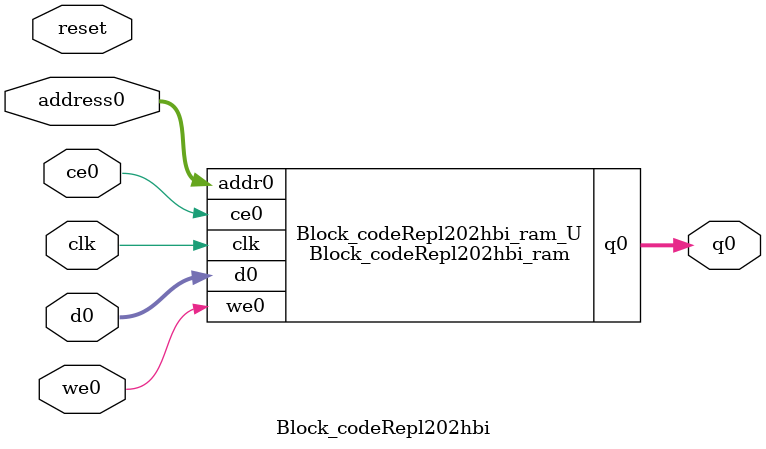
<source format=v>
`timescale 1 ns / 1 ps
module Block_codeRepl202hbi_ram (addr0, ce0, d0, we0, q0,  clk);

parameter DWIDTH = 6;
parameter AWIDTH = 8;
parameter MEM_SIZE = 162;

input[AWIDTH-1:0] addr0;
input ce0;
input[DWIDTH-1:0] d0;
input we0;
output reg[DWIDTH-1:0] q0;
input clk;

(* ram_style = "distributed" *)reg [DWIDTH-1:0] ram[0:MEM_SIZE-1];




always @(posedge clk)  
begin 
    if (ce0) begin
        if (we0) 
            ram[addr0] <= d0; 
        q0 <= ram[addr0];
    end
end


endmodule

`timescale 1 ns / 1 ps
module Block_codeRepl202hbi(
    reset,
    clk,
    address0,
    ce0,
    we0,
    d0,
    q0);

parameter DataWidth = 32'd6;
parameter AddressRange = 32'd162;
parameter AddressWidth = 32'd8;
input reset;
input clk;
input[AddressWidth - 1:0] address0;
input ce0;
input we0;
input[DataWidth - 1:0] d0;
output[DataWidth - 1:0] q0;



Block_codeRepl202hbi_ram Block_codeRepl202hbi_ram_U(
    .clk( clk ),
    .addr0( address0 ),
    .ce0( ce0 ),
    .we0( we0 ),
    .d0( d0 ),
    .q0( q0 ));

endmodule


</source>
